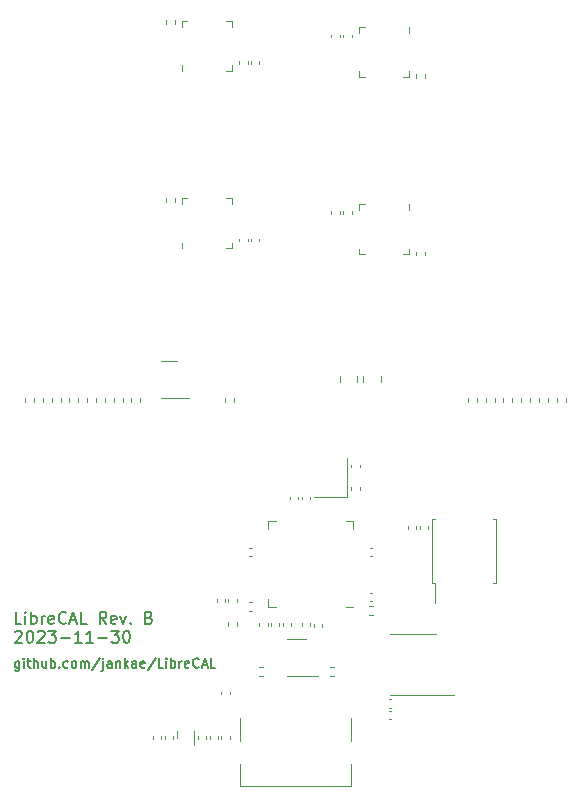
<source format=gto>
G04 #@! TF.GenerationSoftware,KiCad,Pcbnew,7.0.8-7.0.8~ubuntu22.04.1*
G04 #@! TF.CreationDate,2023-11-30T18:16:29+01:00*
G04 #@! TF.ProjectId,LibreCAL,4c696272-6543-4414-9c2e-6b696361645f,B*
G04 #@! TF.SameCoordinates,Original*
G04 #@! TF.FileFunction,Legend,Top*
G04 #@! TF.FilePolarity,Positive*
%FSLAX46Y46*%
G04 Gerber Fmt 4.6, Leading zero omitted, Abs format (unit mm)*
G04 Created by KiCad (PCBNEW 7.0.8-7.0.8~ubuntu22.04.1) date 2023-11-30 18:16:29*
%MOMM*%
%LPD*%
G01*
G04 APERTURE LIST*
%ADD10C,0.150000*%
%ADD11C,0.120000*%
G04 APERTURE END LIST*
D10*
X104312969Y-125649819D02*
X103836779Y-125649819D01*
X103836779Y-125649819D02*
X103836779Y-124649819D01*
X104646303Y-125649819D02*
X104646303Y-124983152D01*
X104646303Y-124649819D02*
X104598684Y-124697438D01*
X104598684Y-124697438D02*
X104646303Y-124745057D01*
X104646303Y-124745057D02*
X104693922Y-124697438D01*
X104693922Y-124697438D02*
X104646303Y-124649819D01*
X104646303Y-124649819D02*
X104646303Y-124745057D01*
X105122493Y-125649819D02*
X105122493Y-124649819D01*
X105122493Y-125030771D02*
X105217731Y-124983152D01*
X105217731Y-124983152D02*
X105408207Y-124983152D01*
X105408207Y-124983152D02*
X105503445Y-125030771D01*
X105503445Y-125030771D02*
X105551064Y-125078390D01*
X105551064Y-125078390D02*
X105598683Y-125173628D01*
X105598683Y-125173628D02*
X105598683Y-125459342D01*
X105598683Y-125459342D02*
X105551064Y-125554580D01*
X105551064Y-125554580D02*
X105503445Y-125602200D01*
X105503445Y-125602200D02*
X105408207Y-125649819D01*
X105408207Y-125649819D02*
X105217731Y-125649819D01*
X105217731Y-125649819D02*
X105122493Y-125602200D01*
X106027255Y-125649819D02*
X106027255Y-124983152D01*
X106027255Y-125173628D02*
X106074874Y-125078390D01*
X106074874Y-125078390D02*
X106122493Y-125030771D01*
X106122493Y-125030771D02*
X106217731Y-124983152D01*
X106217731Y-124983152D02*
X106312969Y-124983152D01*
X107027255Y-125602200D02*
X106932017Y-125649819D01*
X106932017Y-125649819D02*
X106741541Y-125649819D01*
X106741541Y-125649819D02*
X106646303Y-125602200D01*
X106646303Y-125602200D02*
X106598684Y-125506961D01*
X106598684Y-125506961D02*
X106598684Y-125126009D01*
X106598684Y-125126009D02*
X106646303Y-125030771D01*
X106646303Y-125030771D02*
X106741541Y-124983152D01*
X106741541Y-124983152D02*
X106932017Y-124983152D01*
X106932017Y-124983152D02*
X107027255Y-125030771D01*
X107027255Y-125030771D02*
X107074874Y-125126009D01*
X107074874Y-125126009D02*
X107074874Y-125221247D01*
X107074874Y-125221247D02*
X106598684Y-125316485D01*
X108074874Y-125554580D02*
X108027255Y-125602200D01*
X108027255Y-125602200D02*
X107884398Y-125649819D01*
X107884398Y-125649819D02*
X107789160Y-125649819D01*
X107789160Y-125649819D02*
X107646303Y-125602200D01*
X107646303Y-125602200D02*
X107551065Y-125506961D01*
X107551065Y-125506961D02*
X107503446Y-125411723D01*
X107503446Y-125411723D02*
X107455827Y-125221247D01*
X107455827Y-125221247D02*
X107455827Y-125078390D01*
X107455827Y-125078390D02*
X107503446Y-124887914D01*
X107503446Y-124887914D02*
X107551065Y-124792676D01*
X107551065Y-124792676D02*
X107646303Y-124697438D01*
X107646303Y-124697438D02*
X107789160Y-124649819D01*
X107789160Y-124649819D02*
X107884398Y-124649819D01*
X107884398Y-124649819D02*
X108027255Y-124697438D01*
X108027255Y-124697438D02*
X108074874Y-124745057D01*
X108455827Y-125364104D02*
X108932017Y-125364104D01*
X108360589Y-125649819D02*
X108693922Y-124649819D01*
X108693922Y-124649819D02*
X109027255Y-125649819D01*
X109836779Y-125649819D02*
X109360589Y-125649819D01*
X109360589Y-125649819D02*
X109360589Y-124649819D01*
X111503446Y-125649819D02*
X111170113Y-125173628D01*
X110932018Y-125649819D02*
X110932018Y-124649819D01*
X110932018Y-124649819D02*
X111312970Y-124649819D01*
X111312970Y-124649819D02*
X111408208Y-124697438D01*
X111408208Y-124697438D02*
X111455827Y-124745057D01*
X111455827Y-124745057D02*
X111503446Y-124840295D01*
X111503446Y-124840295D02*
X111503446Y-124983152D01*
X111503446Y-124983152D02*
X111455827Y-125078390D01*
X111455827Y-125078390D02*
X111408208Y-125126009D01*
X111408208Y-125126009D02*
X111312970Y-125173628D01*
X111312970Y-125173628D02*
X110932018Y-125173628D01*
X112312970Y-125602200D02*
X112217732Y-125649819D01*
X112217732Y-125649819D02*
X112027256Y-125649819D01*
X112027256Y-125649819D02*
X111932018Y-125602200D01*
X111932018Y-125602200D02*
X111884399Y-125506961D01*
X111884399Y-125506961D02*
X111884399Y-125126009D01*
X111884399Y-125126009D02*
X111932018Y-125030771D01*
X111932018Y-125030771D02*
X112027256Y-124983152D01*
X112027256Y-124983152D02*
X112217732Y-124983152D01*
X112217732Y-124983152D02*
X112312970Y-125030771D01*
X112312970Y-125030771D02*
X112360589Y-125126009D01*
X112360589Y-125126009D02*
X112360589Y-125221247D01*
X112360589Y-125221247D02*
X111884399Y-125316485D01*
X112693923Y-124983152D02*
X112932018Y-125649819D01*
X112932018Y-125649819D02*
X113170113Y-124983152D01*
X113551066Y-125554580D02*
X113598685Y-125602200D01*
X113598685Y-125602200D02*
X113551066Y-125649819D01*
X113551066Y-125649819D02*
X113503447Y-125602200D01*
X113503447Y-125602200D02*
X113551066Y-125554580D01*
X113551066Y-125554580D02*
X113551066Y-125649819D01*
X115122494Y-125126009D02*
X115265351Y-125173628D01*
X115265351Y-125173628D02*
X115312970Y-125221247D01*
X115312970Y-125221247D02*
X115360589Y-125316485D01*
X115360589Y-125316485D02*
X115360589Y-125459342D01*
X115360589Y-125459342D02*
X115312970Y-125554580D01*
X115312970Y-125554580D02*
X115265351Y-125602200D01*
X115265351Y-125602200D02*
X115170113Y-125649819D01*
X115170113Y-125649819D02*
X114789161Y-125649819D01*
X114789161Y-125649819D02*
X114789161Y-124649819D01*
X114789161Y-124649819D02*
X115122494Y-124649819D01*
X115122494Y-124649819D02*
X115217732Y-124697438D01*
X115217732Y-124697438D02*
X115265351Y-124745057D01*
X115265351Y-124745057D02*
X115312970Y-124840295D01*
X115312970Y-124840295D02*
X115312970Y-124935533D01*
X115312970Y-124935533D02*
X115265351Y-125030771D01*
X115265351Y-125030771D02*
X115217732Y-125078390D01*
X115217732Y-125078390D02*
X115122494Y-125126009D01*
X115122494Y-125126009D02*
X114789161Y-125126009D01*
X103789160Y-126355057D02*
X103836779Y-126307438D01*
X103836779Y-126307438D02*
X103932017Y-126259819D01*
X103932017Y-126259819D02*
X104170112Y-126259819D01*
X104170112Y-126259819D02*
X104265350Y-126307438D01*
X104265350Y-126307438D02*
X104312969Y-126355057D01*
X104312969Y-126355057D02*
X104360588Y-126450295D01*
X104360588Y-126450295D02*
X104360588Y-126545533D01*
X104360588Y-126545533D02*
X104312969Y-126688390D01*
X104312969Y-126688390D02*
X103741541Y-127259819D01*
X103741541Y-127259819D02*
X104360588Y-127259819D01*
X104979636Y-126259819D02*
X105074874Y-126259819D01*
X105074874Y-126259819D02*
X105170112Y-126307438D01*
X105170112Y-126307438D02*
X105217731Y-126355057D01*
X105217731Y-126355057D02*
X105265350Y-126450295D01*
X105265350Y-126450295D02*
X105312969Y-126640771D01*
X105312969Y-126640771D02*
X105312969Y-126878866D01*
X105312969Y-126878866D02*
X105265350Y-127069342D01*
X105265350Y-127069342D02*
X105217731Y-127164580D01*
X105217731Y-127164580D02*
X105170112Y-127212200D01*
X105170112Y-127212200D02*
X105074874Y-127259819D01*
X105074874Y-127259819D02*
X104979636Y-127259819D01*
X104979636Y-127259819D02*
X104884398Y-127212200D01*
X104884398Y-127212200D02*
X104836779Y-127164580D01*
X104836779Y-127164580D02*
X104789160Y-127069342D01*
X104789160Y-127069342D02*
X104741541Y-126878866D01*
X104741541Y-126878866D02*
X104741541Y-126640771D01*
X104741541Y-126640771D02*
X104789160Y-126450295D01*
X104789160Y-126450295D02*
X104836779Y-126355057D01*
X104836779Y-126355057D02*
X104884398Y-126307438D01*
X104884398Y-126307438D02*
X104979636Y-126259819D01*
X105693922Y-126355057D02*
X105741541Y-126307438D01*
X105741541Y-126307438D02*
X105836779Y-126259819D01*
X105836779Y-126259819D02*
X106074874Y-126259819D01*
X106074874Y-126259819D02*
X106170112Y-126307438D01*
X106170112Y-126307438D02*
X106217731Y-126355057D01*
X106217731Y-126355057D02*
X106265350Y-126450295D01*
X106265350Y-126450295D02*
X106265350Y-126545533D01*
X106265350Y-126545533D02*
X106217731Y-126688390D01*
X106217731Y-126688390D02*
X105646303Y-127259819D01*
X105646303Y-127259819D02*
X106265350Y-127259819D01*
X106598684Y-126259819D02*
X107217731Y-126259819D01*
X107217731Y-126259819D02*
X106884398Y-126640771D01*
X106884398Y-126640771D02*
X107027255Y-126640771D01*
X107027255Y-126640771D02*
X107122493Y-126688390D01*
X107122493Y-126688390D02*
X107170112Y-126736009D01*
X107170112Y-126736009D02*
X107217731Y-126831247D01*
X107217731Y-126831247D02*
X107217731Y-127069342D01*
X107217731Y-127069342D02*
X107170112Y-127164580D01*
X107170112Y-127164580D02*
X107122493Y-127212200D01*
X107122493Y-127212200D02*
X107027255Y-127259819D01*
X107027255Y-127259819D02*
X106741541Y-127259819D01*
X106741541Y-127259819D02*
X106646303Y-127212200D01*
X106646303Y-127212200D02*
X106598684Y-127164580D01*
X107646303Y-126878866D02*
X108408208Y-126878866D01*
X109408207Y-127259819D02*
X108836779Y-127259819D01*
X109122493Y-127259819D02*
X109122493Y-126259819D01*
X109122493Y-126259819D02*
X109027255Y-126402676D01*
X109027255Y-126402676D02*
X108932017Y-126497914D01*
X108932017Y-126497914D02*
X108836779Y-126545533D01*
X110360588Y-127259819D02*
X109789160Y-127259819D01*
X110074874Y-127259819D02*
X110074874Y-126259819D01*
X110074874Y-126259819D02*
X109979636Y-126402676D01*
X109979636Y-126402676D02*
X109884398Y-126497914D01*
X109884398Y-126497914D02*
X109789160Y-126545533D01*
X110789160Y-126878866D02*
X111551065Y-126878866D01*
X111932017Y-126259819D02*
X112551064Y-126259819D01*
X112551064Y-126259819D02*
X112217731Y-126640771D01*
X112217731Y-126640771D02*
X112360588Y-126640771D01*
X112360588Y-126640771D02*
X112455826Y-126688390D01*
X112455826Y-126688390D02*
X112503445Y-126736009D01*
X112503445Y-126736009D02*
X112551064Y-126831247D01*
X112551064Y-126831247D02*
X112551064Y-127069342D01*
X112551064Y-127069342D02*
X112503445Y-127164580D01*
X112503445Y-127164580D02*
X112455826Y-127212200D01*
X112455826Y-127212200D02*
X112360588Y-127259819D01*
X112360588Y-127259819D02*
X112074874Y-127259819D01*
X112074874Y-127259819D02*
X111979636Y-127212200D01*
X111979636Y-127212200D02*
X111932017Y-127164580D01*
X113170112Y-126259819D02*
X113265350Y-126259819D01*
X113265350Y-126259819D02*
X113360588Y-126307438D01*
X113360588Y-126307438D02*
X113408207Y-126355057D01*
X113408207Y-126355057D02*
X113455826Y-126450295D01*
X113455826Y-126450295D02*
X113503445Y-126640771D01*
X113503445Y-126640771D02*
X113503445Y-126878866D01*
X113503445Y-126878866D02*
X113455826Y-127069342D01*
X113455826Y-127069342D02*
X113408207Y-127164580D01*
X113408207Y-127164580D02*
X113360588Y-127212200D01*
X113360588Y-127212200D02*
X113265350Y-127259819D01*
X113265350Y-127259819D02*
X113170112Y-127259819D01*
X113170112Y-127259819D02*
X113074874Y-127212200D01*
X113074874Y-127212200D02*
X113027255Y-127164580D01*
X113027255Y-127164580D02*
X112979636Y-127069342D01*
X112979636Y-127069342D02*
X112932017Y-126878866D01*
X112932017Y-126878866D02*
X112932017Y-126640771D01*
X112932017Y-126640771D02*
X112979636Y-126450295D01*
X112979636Y-126450295D02*
X113027255Y-126355057D01*
X113027255Y-126355057D02*
X113074874Y-126307438D01*
X113074874Y-126307438D02*
X113170112Y-126259819D01*
X104132017Y-128828961D02*
X104132017Y-129476580D01*
X104132017Y-129476580D02*
X104093922Y-129552771D01*
X104093922Y-129552771D02*
X104055826Y-129590866D01*
X104055826Y-129590866D02*
X103979636Y-129628961D01*
X103979636Y-129628961D02*
X103865350Y-129628961D01*
X103865350Y-129628961D02*
X103789160Y-129590866D01*
X104132017Y-129324200D02*
X104055826Y-129362295D01*
X104055826Y-129362295D02*
X103903445Y-129362295D01*
X103903445Y-129362295D02*
X103827255Y-129324200D01*
X103827255Y-129324200D02*
X103789160Y-129286104D01*
X103789160Y-129286104D02*
X103751064Y-129209914D01*
X103751064Y-129209914D02*
X103751064Y-128981342D01*
X103751064Y-128981342D02*
X103789160Y-128905152D01*
X103789160Y-128905152D02*
X103827255Y-128867057D01*
X103827255Y-128867057D02*
X103903445Y-128828961D01*
X103903445Y-128828961D02*
X104055826Y-128828961D01*
X104055826Y-128828961D02*
X104132017Y-128867057D01*
X104512970Y-129362295D02*
X104512970Y-128828961D01*
X104512970Y-128562295D02*
X104474874Y-128600390D01*
X104474874Y-128600390D02*
X104512970Y-128638485D01*
X104512970Y-128638485D02*
X104551065Y-128600390D01*
X104551065Y-128600390D02*
X104512970Y-128562295D01*
X104512970Y-128562295D02*
X104512970Y-128638485D01*
X104779636Y-128828961D02*
X105084398Y-128828961D01*
X104893922Y-128562295D02*
X104893922Y-129248009D01*
X104893922Y-129248009D02*
X104932017Y-129324200D01*
X104932017Y-129324200D02*
X105008207Y-129362295D01*
X105008207Y-129362295D02*
X105084398Y-129362295D01*
X105351065Y-129362295D02*
X105351065Y-128562295D01*
X105693922Y-129362295D02*
X105693922Y-128943247D01*
X105693922Y-128943247D02*
X105655827Y-128867057D01*
X105655827Y-128867057D02*
X105579636Y-128828961D01*
X105579636Y-128828961D02*
X105465350Y-128828961D01*
X105465350Y-128828961D02*
X105389160Y-128867057D01*
X105389160Y-128867057D02*
X105351065Y-128905152D01*
X106417732Y-128828961D02*
X106417732Y-129362295D01*
X106074875Y-128828961D02*
X106074875Y-129248009D01*
X106074875Y-129248009D02*
X106112970Y-129324200D01*
X106112970Y-129324200D02*
X106189160Y-129362295D01*
X106189160Y-129362295D02*
X106303446Y-129362295D01*
X106303446Y-129362295D02*
X106379637Y-129324200D01*
X106379637Y-129324200D02*
X106417732Y-129286104D01*
X106798685Y-129362295D02*
X106798685Y-128562295D01*
X106798685Y-128867057D02*
X106874875Y-128828961D01*
X106874875Y-128828961D02*
X107027256Y-128828961D01*
X107027256Y-128828961D02*
X107103447Y-128867057D01*
X107103447Y-128867057D02*
X107141542Y-128905152D01*
X107141542Y-128905152D02*
X107179637Y-128981342D01*
X107179637Y-128981342D02*
X107179637Y-129209914D01*
X107179637Y-129209914D02*
X107141542Y-129286104D01*
X107141542Y-129286104D02*
X107103447Y-129324200D01*
X107103447Y-129324200D02*
X107027256Y-129362295D01*
X107027256Y-129362295D02*
X106874875Y-129362295D01*
X106874875Y-129362295D02*
X106798685Y-129324200D01*
X107522495Y-129286104D02*
X107560590Y-129324200D01*
X107560590Y-129324200D02*
X107522495Y-129362295D01*
X107522495Y-129362295D02*
X107484399Y-129324200D01*
X107484399Y-129324200D02*
X107522495Y-129286104D01*
X107522495Y-129286104D02*
X107522495Y-129362295D01*
X108246304Y-129324200D02*
X108170113Y-129362295D01*
X108170113Y-129362295D02*
X108017732Y-129362295D01*
X108017732Y-129362295D02*
X107941542Y-129324200D01*
X107941542Y-129324200D02*
X107903447Y-129286104D01*
X107903447Y-129286104D02*
X107865351Y-129209914D01*
X107865351Y-129209914D02*
X107865351Y-128981342D01*
X107865351Y-128981342D02*
X107903447Y-128905152D01*
X107903447Y-128905152D02*
X107941542Y-128867057D01*
X107941542Y-128867057D02*
X108017732Y-128828961D01*
X108017732Y-128828961D02*
X108170113Y-128828961D01*
X108170113Y-128828961D02*
X108246304Y-128867057D01*
X108703446Y-129362295D02*
X108627256Y-129324200D01*
X108627256Y-129324200D02*
X108589161Y-129286104D01*
X108589161Y-129286104D02*
X108551065Y-129209914D01*
X108551065Y-129209914D02*
X108551065Y-128981342D01*
X108551065Y-128981342D02*
X108589161Y-128905152D01*
X108589161Y-128905152D02*
X108627256Y-128867057D01*
X108627256Y-128867057D02*
X108703446Y-128828961D01*
X108703446Y-128828961D02*
X108817732Y-128828961D01*
X108817732Y-128828961D02*
X108893923Y-128867057D01*
X108893923Y-128867057D02*
X108932018Y-128905152D01*
X108932018Y-128905152D02*
X108970113Y-128981342D01*
X108970113Y-128981342D02*
X108970113Y-129209914D01*
X108970113Y-129209914D02*
X108932018Y-129286104D01*
X108932018Y-129286104D02*
X108893923Y-129324200D01*
X108893923Y-129324200D02*
X108817732Y-129362295D01*
X108817732Y-129362295D02*
X108703446Y-129362295D01*
X109312971Y-129362295D02*
X109312971Y-128828961D01*
X109312971Y-128905152D02*
X109351066Y-128867057D01*
X109351066Y-128867057D02*
X109427256Y-128828961D01*
X109427256Y-128828961D02*
X109541542Y-128828961D01*
X109541542Y-128828961D02*
X109617733Y-128867057D01*
X109617733Y-128867057D02*
X109655828Y-128943247D01*
X109655828Y-128943247D02*
X109655828Y-129362295D01*
X109655828Y-128943247D02*
X109693923Y-128867057D01*
X109693923Y-128867057D02*
X109770114Y-128828961D01*
X109770114Y-128828961D02*
X109884399Y-128828961D01*
X109884399Y-128828961D02*
X109960590Y-128867057D01*
X109960590Y-128867057D02*
X109998685Y-128943247D01*
X109998685Y-128943247D02*
X109998685Y-129362295D01*
X110951066Y-128524200D02*
X110265352Y-129552771D01*
X111217733Y-128828961D02*
X111217733Y-129514676D01*
X111217733Y-129514676D02*
X111179637Y-129590866D01*
X111179637Y-129590866D02*
X111103447Y-129628961D01*
X111103447Y-129628961D02*
X111065352Y-129628961D01*
X111217733Y-128562295D02*
X111179637Y-128600390D01*
X111179637Y-128600390D02*
X111217733Y-128638485D01*
X111217733Y-128638485D02*
X111255828Y-128600390D01*
X111255828Y-128600390D02*
X111217733Y-128562295D01*
X111217733Y-128562295D02*
X111217733Y-128638485D01*
X111941542Y-129362295D02*
X111941542Y-128943247D01*
X111941542Y-128943247D02*
X111903447Y-128867057D01*
X111903447Y-128867057D02*
X111827256Y-128828961D01*
X111827256Y-128828961D02*
X111674875Y-128828961D01*
X111674875Y-128828961D02*
X111598685Y-128867057D01*
X111941542Y-129324200D02*
X111865351Y-129362295D01*
X111865351Y-129362295D02*
X111674875Y-129362295D01*
X111674875Y-129362295D02*
X111598685Y-129324200D01*
X111598685Y-129324200D02*
X111560589Y-129248009D01*
X111560589Y-129248009D02*
X111560589Y-129171819D01*
X111560589Y-129171819D02*
X111598685Y-129095628D01*
X111598685Y-129095628D02*
X111674875Y-129057533D01*
X111674875Y-129057533D02*
X111865351Y-129057533D01*
X111865351Y-129057533D02*
X111941542Y-129019438D01*
X112322495Y-128828961D02*
X112322495Y-129362295D01*
X112322495Y-128905152D02*
X112360590Y-128867057D01*
X112360590Y-128867057D02*
X112436780Y-128828961D01*
X112436780Y-128828961D02*
X112551066Y-128828961D01*
X112551066Y-128828961D02*
X112627257Y-128867057D01*
X112627257Y-128867057D02*
X112665352Y-128943247D01*
X112665352Y-128943247D02*
X112665352Y-129362295D01*
X113046305Y-129362295D02*
X113046305Y-128562295D01*
X113122495Y-129057533D02*
X113351067Y-129362295D01*
X113351067Y-128828961D02*
X113046305Y-129133723D01*
X114036781Y-129362295D02*
X114036781Y-128943247D01*
X114036781Y-128943247D02*
X113998686Y-128867057D01*
X113998686Y-128867057D02*
X113922495Y-128828961D01*
X113922495Y-128828961D02*
X113770114Y-128828961D01*
X113770114Y-128828961D02*
X113693924Y-128867057D01*
X114036781Y-129324200D02*
X113960590Y-129362295D01*
X113960590Y-129362295D02*
X113770114Y-129362295D01*
X113770114Y-129362295D02*
X113693924Y-129324200D01*
X113693924Y-129324200D02*
X113655828Y-129248009D01*
X113655828Y-129248009D02*
X113655828Y-129171819D01*
X113655828Y-129171819D02*
X113693924Y-129095628D01*
X113693924Y-129095628D02*
X113770114Y-129057533D01*
X113770114Y-129057533D02*
X113960590Y-129057533D01*
X113960590Y-129057533D02*
X114036781Y-129019438D01*
X114722496Y-129324200D02*
X114646305Y-129362295D01*
X114646305Y-129362295D02*
X114493924Y-129362295D01*
X114493924Y-129362295D02*
X114417734Y-129324200D01*
X114417734Y-129324200D02*
X114379638Y-129248009D01*
X114379638Y-129248009D02*
X114379638Y-128943247D01*
X114379638Y-128943247D02*
X114417734Y-128867057D01*
X114417734Y-128867057D02*
X114493924Y-128828961D01*
X114493924Y-128828961D02*
X114646305Y-128828961D01*
X114646305Y-128828961D02*
X114722496Y-128867057D01*
X114722496Y-128867057D02*
X114760591Y-128943247D01*
X114760591Y-128943247D02*
X114760591Y-129019438D01*
X114760591Y-129019438D02*
X114379638Y-129095628D01*
X115674876Y-128524200D02*
X114989162Y-129552771D01*
X116322495Y-129362295D02*
X115941543Y-129362295D01*
X115941543Y-129362295D02*
X115941543Y-128562295D01*
X116589162Y-129362295D02*
X116589162Y-128828961D01*
X116589162Y-128562295D02*
X116551066Y-128600390D01*
X116551066Y-128600390D02*
X116589162Y-128638485D01*
X116589162Y-128638485D02*
X116627257Y-128600390D01*
X116627257Y-128600390D02*
X116589162Y-128562295D01*
X116589162Y-128562295D02*
X116589162Y-128638485D01*
X116970114Y-129362295D02*
X116970114Y-128562295D01*
X116970114Y-128867057D02*
X117046304Y-128828961D01*
X117046304Y-128828961D02*
X117198685Y-128828961D01*
X117198685Y-128828961D02*
X117274876Y-128867057D01*
X117274876Y-128867057D02*
X117312971Y-128905152D01*
X117312971Y-128905152D02*
X117351066Y-128981342D01*
X117351066Y-128981342D02*
X117351066Y-129209914D01*
X117351066Y-129209914D02*
X117312971Y-129286104D01*
X117312971Y-129286104D02*
X117274876Y-129324200D01*
X117274876Y-129324200D02*
X117198685Y-129362295D01*
X117198685Y-129362295D02*
X117046304Y-129362295D01*
X117046304Y-129362295D02*
X116970114Y-129324200D01*
X117693924Y-129362295D02*
X117693924Y-128828961D01*
X117693924Y-128981342D02*
X117732019Y-128905152D01*
X117732019Y-128905152D02*
X117770114Y-128867057D01*
X117770114Y-128867057D02*
X117846305Y-128828961D01*
X117846305Y-128828961D02*
X117922495Y-128828961D01*
X118493924Y-129324200D02*
X118417733Y-129362295D01*
X118417733Y-129362295D02*
X118265352Y-129362295D01*
X118265352Y-129362295D02*
X118189162Y-129324200D01*
X118189162Y-129324200D02*
X118151066Y-129248009D01*
X118151066Y-129248009D02*
X118151066Y-128943247D01*
X118151066Y-128943247D02*
X118189162Y-128867057D01*
X118189162Y-128867057D02*
X118265352Y-128828961D01*
X118265352Y-128828961D02*
X118417733Y-128828961D01*
X118417733Y-128828961D02*
X118493924Y-128867057D01*
X118493924Y-128867057D02*
X118532019Y-128943247D01*
X118532019Y-128943247D02*
X118532019Y-129019438D01*
X118532019Y-129019438D02*
X118151066Y-129095628D01*
X119332019Y-129286104D02*
X119293923Y-129324200D01*
X119293923Y-129324200D02*
X119179638Y-129362295D01*
X119179638Y-129362295D02*
X119103447Y-129362295D01*
X119103447Y-129362295D02*
X118989161Y-129324200D01*
X118989161Y-129324200D02*
X118912971Y-129248009D01*
X118912971Y-129248009D02*
X118874876Y-129171819D01*
X118874876Y-129171819D02*
X118836780Y-129019438D01*
X118836780Y-129019438D02*
X118836780Y-128905152D01*
X118836780Y-128905152D02*
X118874876Y-128752771D01*
X118874876Y-128752771D02*
X118912971Y-128676580D01*
X118912971Y-128676580D02*
X118989161Y-128600390D01*
X118989161Y-128600390D02*
X119103447Y-128562295D01*
X119103447Y-128562295D02*
X119179638Y-128562295D01*
X119179638Y-128562295D02*
X119293923Y-128600390D01*
X119293923Y-128600390D02*
X119332019Y-128638485D01*
X119636780Y-129133723D02*
X120017733Y-129133723D01*
X119560590Y-129362295D02*
X119827257Y-128562295D01*
X119827257Y-128562295D02*
X120093923Y-129362295D01*
X120741542Y-129362295D02*
X120360590Y-129362295D01*
X120360590Y-129362295D02*
X120360590Y-128562295D01*
D11*
G04 #@! TO.C,R10*
X107620000Y-106853641D02*
X107620000Y-106546359D01*
X108380000Y-106853641D02*
X108380000Y-106546359D01*
G04 #@! TO.C,C19*
X129760000Y-125692164D02*
X129760000Y-125907836D01*
X129040000Y-125692164D02*
X129040000Y-125907836D01*
G04 #@! TO.C,C11*
X121240000Y-131607836D02*
X121240000Y-131392164D01*
X121960000Y-131607836D02*
X121960000Y-131392164D01*
G04 #@! TO.C,C27*
X121560000Y-123592164D02*
X121560000Y-123807836D01*
X120840000Y-123592164D02*
X120840000Y-123807836D01*
G04 #@! TO.C,R30*
X110620000Y-106853641D02*
X110620000Y-106546359D01*
X111380000Y-106853641D02*
X111380000Y-106546359D01*
G04 #@! TO.C,C14*
X128040000Y-115107836D02*
X128040000Y-114892164D01*
X128760000Y-115107836D02*
X128760000Y-114892164D01*
G04 #@! TO.C,C16*
X133792164Y-119240000D02*
X134007836Y-119240000D01*
X133792164Y-119960000D02*
X134007836Y-119960000D01*
G04 #@! TO.C,C10*
X135392164Y-133040000D02*
X135607836Y-133040000D01*
X135392164Y-133760000D02*
X135607836Y-133760000D01*
G04 #@! TO.C,C3*
X124460000Y-78017164D02*
X124460000Y-78232836D01*
X123740000Y-78017164D02*
X123740000Y-78232836D01*
G04 #@! TO.C,C17*
X127040000Y-115107836D02*
X127040000Y-114892164D01*
X127760000Y-115107836D02*
X127760000Y-114892164D01*
G04 #@! TO.C,J5*
X122800000Y-133600000D02*
X122800000Y-135600000D01*
X122800000Y-137500000D02*
X122800000Y-139400000D01*
X122800000Y-139400000D02*
X132200000Y-139400000D01*
X132200000Y-133600000D02*
X132200000Y-135600000D01*
X132200000Y-137500000D02*
X132200000Y-139400000D01*
G04 #@! TO.C,C26*
X138760000Y-117392164D02*
X138760000Y-117607836D01*
X138040000Y-117392164D02*
X138040000Y-117607836D01*
G04 #@! TO.C,U5*
X137500000Y-131660000D02*
X140950000Y-131660000D01*
X137500000Y-131660000D02*
X135550000Y-131660000D01*
X137500000Y-126540000D02*
X139450000Y-126540000D01*
X137500000Y-126540000D02*
X135550000Y-126540000D01*
G04 #@! TO.C,C7*
X131540000Y-75982836D02*
X131540000Y-75767164D01*
X132260000Y-75982836D02*
X132260000Y-75767164D01*
G04 #@! TO.C,C13*
X132960000Y-112192164D02*
X132960000Y-112407836D01*
X132240000Y-112192164D02*
X132240000Y-112407836D01*
G04 #@! TO.C,R1*
X116520000Y-74853641D02*
X116520000Y-74546359D01*
X117280000Y-74853641D02*
X117280000Y-74546359D01*
G04 #@! TO.C,R3*
X138480000Y-79146359D02*
X138480000Y-79453641D01*
X137720000Y-79146359D02*
X137720000Y-79453641D01*
G04 #@! TO.C,C30*
X119960000Y-135192164D02*
X119960000Y-135407836D01*
X119240000Y-135192164D02*
X119240000Y-135407836D01*
G04 #@! TO.C,U4*
X132890000Y-90140000D02*
X133365000Y-90140000D01*
X137110000Y-90615000D02*
X137110000Y-90140000D01*
X132890000Y-90615000D02*
X132890000Y-90140000D01*
X137110000Y-93885000D02*
X137110000Y-94360000D01*
X132890000Y-93885000D02*
X132890000Y-94360000D01*
X137110000Y-94360000D02*
X136635000Y-94360000D01*
X132890000Y-94360000D02*
X133365000Y-94360000D01*
G04 #@! TO.C,C20*
X123807836Y-124560000D02*
X123592164Y-124560000D01*
X123807836Y-123840000D02*
X123592164Y-123840000D01*
G04 #@! TO.C,C9*
X135392164Y-132040000D02*
X135607836Y-132040000D01*
X135392164Y-132760000D02*
X135607836Y-132760000D01*
G04 #@! TO.C,R11*
X106120000Y-106853641D02*
X106120000Y-106546359D01*
X106880000Y-106853641D02*
X106880000Y-106546359D01*
G04 #@! TO.C,C25*
X137760000Y-117392164D02*
X137760000Y-117607836D01*
X137040000Y-117392164D02*
X137040000Y-117607836D01*
G04 #@! TO.C,R25*
X104620000Y-106853641D02*
X104620000Y-106546359D01*
X105380000Y-106853641D02*
X105380000Y-106546359D01*
G04 #@! TO.C,R12*
X121820000Y-125853641D02*
X121820000Y-125546359D01*
X122580000Y-125853641D02*
X122580000Y-125546359D01*
G04 #@! TO.C,C28*
X121960000Y-135192164D02*
X121960000Y-135407836D01*
X121240000Y-135192164D02*
X121240000Y-135407836D01*
G04 #@! TO.C,R7*
X133746359Y-124120000D02*
X134053641Y-124120000D01*
X133746359Y-124880000D02*
X134053641Y-124880000D01*
G04 #@! TO.C,R13*
X121820000Y-123853641D02*
X121820000Y-123546359D01*
X122580000Y-123853641D02*
X122580000Y-123546359D01*
G04 #@! TO.C,U8*
X139075000Y-122225000D02*
X139335000Y-122225000D01*
X139335000Y-122225000D02*
X139335000Y-123900000D01*
X144525000Y-122225000D02*
X144265000Y-122225000D01*
X139075000Y-119500000D02*
X139075000Y-122225000D01*
X139075000Y-119500000D02*
X139075000Y-116775000D01*
X144525000Y-119500000D02*
X144525000Y-122225000D01*
X144525000Y-119500000D02*
X144525000Y-116775000D01*
X139075000Y-116775000D02*
X139335000Y-116775000D01*
X144525000Y-116775000D02*
X144265000Y-116775000D01*
G04 #@! TO.C,R26*
X146620000Y-106853641D02*
X146620000Y-106546359D01*
X147380000Y-106853641D02*
X147380000Y-106546359D01*
G04 #@! TO.C,C22*
X128760000Y-125592164D02*
X128760000Y-125807836D01*
X128040000Y-125592164D02*
X128040000Y-125807836D01*
G04 #@! TO.C,R27*
X148120000Y-106853641D02*
X148120000Y-106546359D01*
X148880000Y-106853641D02*
X148880000Y-106546359D01*
G04 #@! TO.C,C6*
X130540000Y-90957836D02*
X130540000Y-90742164D01*
X131260000Y-90957836D02*
X131260000Y-90742164D01*
G04 #@! TO.C,U1*
X122110000Y-78860000D02*
X121635000Y-78860000D01*
X117890000Y-78385000D02*
X117890000Y-78860000D01*
X122110000Y-78385000D02*
X122110000Y-78860000D01*
X117890000Y-75115000D02*
X117890000Y-74640000D01*
X122110000Y-75115000D02*
X122110000Y-74640000D01*
X117890000Y-74640000D02*
X118365000Y-74640000D01*
X122110000Y-74640000D02*
X121635000Y-74640000D01*
G04 #@! TO.C,C12*
X132240000Y-114307836D02*
X132240000Y-114092164D01*
X132960000Y-114307836D02*
X132960000Y-114092164D01*
G04 #@! TO.C,C29*
X120960000Y-135192164D02*
X120960000Y-135407836D01*
X120240000Y-135192164D02*
X120240000Y-135407836D01*
G04 #@! TO.C,U9*
X118910000Y-135900000D02*
X118910000Y-134700000D01*
X117490000Y-135300000D02*
X117490000Y-134700000D01*
G04 #@! TO.C,R6*
X124753641Y-130080000D02*
X124446359Y-130080000D01*
X124753641Y-129320000D02*
X124446359Y-129320000D01*
G04 #@! TO.C,R29*
X109120000Y-106853641D02*
X109120000Y-106546359D01*
X109880000Y-106853641D02*
X109880000Y-106546359D01*
G04 #@! TO.C,C21*
X127160000Y-125592164D02*
X127160000Y-125807836D01*
X126440000Y-125592164D02*
X126440000Y-125807836D01*
G04 #@! TO.C,Q1*
X116800000Y-106560000D02*
X118475000Y-106560000D01*
X116800000Y-106560000D02*
X116150000Y-106560000D01*
X116800000Y-103440000D02*
X117450000Y-103440000D01*
X116800000Y-103440000D02*
X116150000Y-103440000D01*
G04 #@! TO.C,R31*
X112120000Y-106853641D02*
X112120000Y-106546359D01*
X112880000Y-106853641D02*
X112880000Y-106546359D01*
G04 #@! TO.C,R34*
X142120000Y-106853641D02*
X142120000Y-106546359D01*
X142880000Y-106853641D02*
X142880000Y-106546359D01*
G04 #@! TO.C,C46*
X131265000Y-105161252D02*
X131265000Y-104638748D01*
X132735000Y-105161252D02*
X132735000Y-104638748D01*
G04 #@! TO.C,R5*
X130446359Y-129320000D02*
X130753641Y-129320000D01*
X130446359Y-130080000D02*
X130753641Y-130080000D01*
G04 #@! TO.C,R35*
X121520000Y-106853641D02*
X121520000Y-106546359D01*
X122280000Y-106853641D02*
X122280000Y-106546359D01*
G04 #@! TO.C,Y1*
X129100000Y-114950000D02*
X131900000Y-114950000D01*
X131900000Y-114950000D02*
X131900000Y-111650000D01*
G04 #@! TO.C,R28*
X149620000Y-106853641D02*
X149620000Y-106546359D01*
X150380000Y-106853641D02*
X150380000Y-106546359D01*
G04 #@! TO.C,U3*
X132890000Y-75140000D02*
X133365000Y-75140000D01*
X137110000Y-75615000D02*
X137110000Y-75140000D01*
X132890000Y-75615000D02*
X132890000Y-75140000D01*
X137110000Y-78885000D02*
X137110000Y-79360000D01*
X132890000Y-78885000D02*
X132890000Y-79360000D01*
X137110000Y-79360000D02*
X136635000Y-79360000D01*
X132890000Y-79360000D02*
X133365000Y-79360000D01*
G04 #@! TO.C,C1*
X123460000Y-78017164D02*
X123460000Y-78232836D01*
X122740000Y-78017164D02*
X122740000Y-78232836D01*
G04 #@! TO.C,C15*
X133792164Y-123040000D02*
X134007836Y-123040000D01*
X133792164Y-123760000D02*
X134007836Y-123760000D01*
G04 #@! TO.C,R32*
X145120000Y-106853641D02*
X145120000Y-106546359D01*
X145880000Y-106853641D02*
X145880000Y-106546359D01*
G04 #@! TO.C,C47*
X133265000Y-105161252D02*
X133265000Y-104638748D01*
X134735000Y-105161252D02*
X134735000Y-104638748D01*
G04 #@! TO.C,C23*
X126160000Y-125592164D02*
X126160000Y-125807836D01*
X125440000Y-125592164D02*
X125440000Y-125807836D01*
G04 #@! TO.C,C31*
X116440000Y-135407836D02*
X116440000Y-135192164D01*
X117160000Y-135407836D02*
X117160000Y-135192164D01*
G04 #@! TO.C,C24*
X125160000Y-125592164D02*
X125160000Y-125807836D01*
X124440000Y-125592164D02*
X124440000Y-125807836D01*
G04 #@! TO.C,R36*
X114380000Y-106546359D02*
X114380000Y-106853641D01*
X113620000Y-106546359D02*
X113620000Y-106853641D01*
G04 #@! TO.C,R33*
X143620000Y-106853641D02*
X143620000Y-106546359D01*
X144380000Y-106853641D02*
X144380000Y-106546359D01*
G04 #@! TO.C,C2*
X123460000Y-93042164D02*
X123460000Y-93257836D01*
X122740000Y-93042164D02*
X122740000Y-93257836D01*
G04 #@! TO.C,C4*
X124460000Y-93042164D02*
X124460000Y-93257836D01*
X123740000Y-93042164D02*
X123740000Y-93257836D01*
G04 #@! TO.C,C32*
X115440000Y-135407836D02*
X115440000Y-135192164D01*
X116160000Y-135407836D02*
X116160000Y-135192164D01*
G04 #@! TO.C,R2*
X116520000Y-89953641D02*
X116520000Y-89646359D01*
X117280000Y-89953641D02*
X117280000Y-89646359D01*
G04 #@! TO.C,U2*
X122110000Y-93860000D02*
X121635000Y-93860000D01*
X117890000Y-93385000D02*
X117890000Y-93860000D01*
X122110000Y-93385000D02*
X122110000Y-93860000D01*
X117890000Y-90115000D02*
X117890000Y-89640000D01*
X122110000Y-90115000D02*
X122110000Y-89640000D01*
X117890000Y-89640000D02*
X118365000Y-89640000D01*
X122110000Y-89640000D02*
X121635000Y-89640000D01*
G04 #@! TO.C,C8*
X131540000Y-90957836D02*
X131540000Y-90742164D01*
X132260000Y-90957836D02*
X132260000Y-90742164D01*
G04 #@! TO.C,C5*
X130540000Y-75982836D02*
X130540000Y-75767164D01*
X131260000Y-75982836D02*
X131260000Y-75767164D01*
G04 #@! TO.C,U7*
X132410000Y-116990000D02*
X132410000Y-117640000D01*
X131760000Y-124210000D02*
X132410000Y-124210000D01*
X131760000Y-116990000D02*
X132410000Y-116990000D01*
X125840000Y-124210000D02*
X125190000Y-124210000D01*
X125840000Y-116990000D02*
X125190000Y-116990000D01*
X125190000Y-124210000D02*
X125190000Y-123560000D01*
X125190000Y-116990000D02*
X125190000Y-117640000D01*
G04 #@! TO.C,U6*
X127600000Y-130060000D02*
X129400000Y-130060000D01*
X127600000Y-130060000D02*
X126800000Y-130060000D01*
X127600000Y-126940000D02*
X128400000Y-126940000D01*
X127600000Y-126940000D02*
X126800000Y-126940000D01*
G04 #@! TO.C,R4*
X138480000Y-94146359D02*
X138480000Y-94453641D01*
X137720000Y-94146359D02*
X137720000Y-94453641D01*
G04 #@! TO.C,C18*
X123807836Y-119960000D02*
X123592164Y-119960000D01*
X123807836Y-119240000D02*
X123592164Y-119240000D01*
G04 #@! TD*
M02*

</source>
